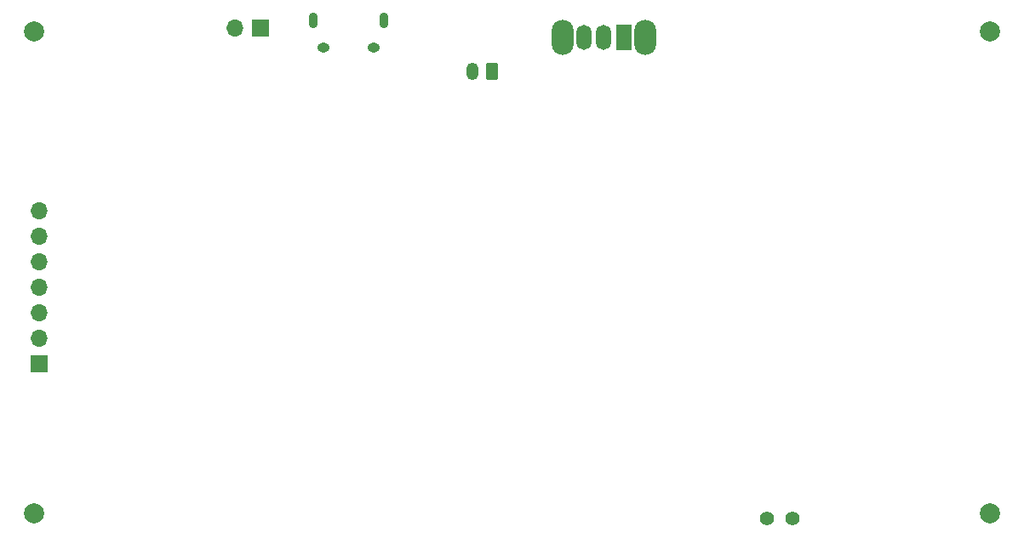
<source format=gbs>
G04 #@! TF.GenerationSoftware,KiCad,Pcbnew,(6.0.1-0)*
G04 #@! TF.CreationDate,2023-01-13T10:30:12+06:00*
G04 #@! TF.ProjectId,ESP_GSM,4553505f-4753-44d2-9e6b-696361645f70,rev?*
G04 #@! TF.SameCoordinates,Original*
G04 #@! TF.FileFunction,Soldermask,Bot*
G04 #@! TF.FilePolarity,Negative*
%FSLAX46Y46*%
G04 Gerber Fmt 4.6, Leading zero omitted, Abs format (unit mm)*
G04 Created by KiCad (PCBNEW (6.0.1-0)) date 2023-01-13 10:30:12*
%MOMM*%
%LPD*%
G01*
G04 APERTURE LIST*
G04 Aperture macros list*
%AMRoundRect*
0 Rectangle with rounded corners*
0 $1 Rounding radius*
0 $2 $3 $4 $5 $6 $7 $8 $9 X,Y pos of 4 corners*
0 Add a 4 corners polygon primitive as box body*
4,1,4,$2,$3,$4,$5,$6,$7,$8,$9,$2,$3,0*
0 Add four circle primitives for the rounded corners*
1,1,$1+$1,$2,$3*
1,1,$1+$1,$4,$5*
1,1,$1+$1,$6,$7*
1,1,$1+$1,$8,$9*
0 Add four rect primitives between the rounded corners*
20,1,$1+$1,$2,$3,$4,$5,0*
20,1,$1+$1,$4,$5,$6,$7,0*
20,1,$1+$1,$6,$7,$8,$9,0*
20,1,$1+$1,$8,$9,$2,$3,0*%
G04 Aperture macros list end*
%ADD10C,2.000000*%
%ADD11O,0.890000X1.550000*%
%ADD12O,1.250000X0.950000*%
%ADD13R,1.700000X1.700000*%
%ADD14O,1.700000X1.700000*%
%ADD15O,2.200000X3.500000*%
%ADD16R,1.500000X2.500000*%
%ADD17O,1.500000X2.500000*%
%ADD18C,1.400000*%
%ADD19RoundRect,0.250000X0.350000X0.625000X-0.350000X0.625000X-0.350000X-0.625000X0.350000X-0.625000X0*%
%ADD20O,1.200000X1.750000*%
G04 APERTURE END LIST*
D10*
X62500000Y-44500000D03*
X157510000Y-92490000D03*
X157500000Y-44500000D03*
D11*
X97220000Y-43455000D03*
D12*
X96220000Y-46155000D03*
X91220000Y-46155000D03*
D11*
X90220000Y-43455000D03*
D13*
X63000000Y-77600000D03*
D14*
X63000000Y-75060000D03*
X63000000Y-72520000D03*
X63000000Y-69980000D03*
X63000000Y-67440000D03*
X63000000Y-64900000D03*
X63000000Y-62360000D03*
D10*
X62500000Y-92500000D03*
D13*
X85010000Y-44150000D03*
D14*
X82470000Y-44150000D03*
D15*
X123230000Y-45092500D03*
X115030000Y-45092500D03*
D16*
X121130000Y-45092500D03*
D17*
X119130000Y-45092500D03*
X117130000Y-45092500D03*
D18*
X135330000Y-93010000D03*
X137870000Y-93010000D03*
D19*
X108040000Y-48520000D03*
D20*
X106040000Y-48520000D03*
M02*

</source>
